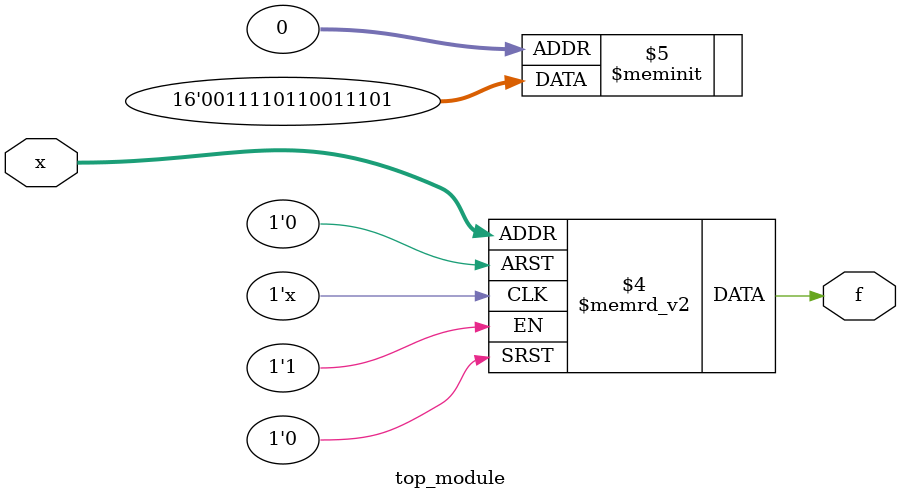
<source format=sv>
module top_module (
	input [4:1] x,
	output logic f
);
   
   always_comb begin
      case(x)
         4'b0000: f = 1'b1;
         4'b0001: f = 1'b0;
         4'b0011: f = 1'b1;
         4'b0010: f = 1'b1;
         4'b0110: f = 1'b0;
         4'b0111: f = 1'b1;
         4'b0101: f = 1'b0;
         4'b0100: f = 1'b1;
         4'b1100: f = 1'b1;
         4'b1101: f = 1'b1;
         4'b1111: f = 1'b0;
         4'b1110: f = 1'b0;
         4'b1010: f = 1'b1;
         4'b1011: f = 1'b1;
         4'b1001: f = 1'b0;
         4'b1000: f = 1'b1;
         default: f = 1'b0;
      endcase
   end
endmodule

</source>
